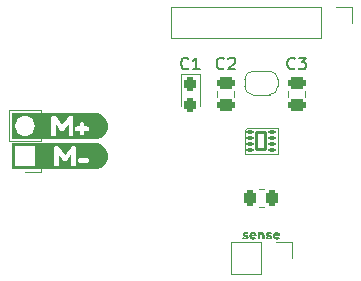
<source format=gto>
%TF.GenerationSoftware,KiCad,Pcbnew,(6.0.0)*%
%TF.CreationDate,2023-02-05T21:46:31-06:00*%
%TF.ProjectId,drv8212p_eval,64727638-3231-4327-905f-6576616c2e6b,rev?*%
%TF.SameCoordinates,Original*%
%TF.FileFunction,Legend,Top*%
%TF.FilePolarity,Positive*%
%FSLAX46Y46*%
G04 Gerber Fmt 4.6, Leading zero omitted, Abs format (unit mm)*
G04 Created by KiCad (PCBNEW (6.0.0)) date 2023-02-05 21:46:31*
%MOMM*%
%LPD*%
G01*
G04 APERTURE LIST*
G04 Aperture macros list*
%AMRoundRect*
0 Rectangle with rounded corners*
0 $1 Rounding radius*
0 $2 $3 $4 $5 $6 $7 $8 $9 X,Y pos of 4 corners*
0 Add a 4 corners polygon primitive as box body*
4,1,4,$2,$3,$4,$5,$6,$7,$8,$9,$2,$3,0*
0 Add four circle primitives for the rounded corners*
1,1,$1+$1,$2,$3*
1,1,$1+$1,$4,$5*
1,1,$1+$1,$6,$7*
1,1,$1+$1,$8,$9*
0 Add four rect primitives between the rounded corners*
20,1,$1+$1,$2,$3,$4,$5,0*
20,1,$1+$1,$4,$5,$6,$7,0*
20,1,$1+$1,$6,$7,$8,$9,0*
20,1,$1+$1,$8,$9,$2,$3,0*%
%AMFreePoly0*
4,1,22,0.500000,-0.750000,0.000000,-0.750000,0.000000,-0.745033,-0.079941,-0.743568,-0.215256,-0.701293,-0.333266,-0.622738,-0.424486,-0.514219,-0.481581,-0.384460,-0.499164,-0.250000,-0.500000,-0.250000,-0.500000,0.250000,-0.499164,0.250000,-0.499963,0.256109,-0.478152,0.396186,-0.417904,0.524511,-0.324060,0.630769,-0.204165,0.706417,-0.067858,0.745374,0.000000,0.744959,0.000000,0.750000,
0.500000,0.750000,0.500000,-0.750000,0.500000,-0.750000,$1*%
%AMFreePoly1*
4,1,20,0.000000,0.744959,0.073905,0.744508,0.209726,0.703889,0.328688,0.626782,0.421226,0.519385,0.479903,0.390333,0.500000,0.250000,0.500000,-0.250000,0.499851,-0.262216,0.476331,-0.402017,0.414519,-0.529596,0.319384,-0.634700,0.198574,-0.708877,0.061801,-0.746166,0.000000,-0.745033,0.000000,-0.750000,-0.500000,-0.750000,-0.500000,0.750000,0.000000,0.750000,0.000000,0.744959,
0.000000,0.744959,$1*%
G04 Aperture macros list end*
%ADD10C,0.150000*%
%ADD11C,0.120000*%
%ADD12RoundRect,0.250000X-0.275000X0.312500X-0.275000X-0.312500X0.275000X-0.312500X0.275000X0.312500X0*%
%ADD13O,1.700000X1.700000*%
%ADD14R,1.700000X1.700000*%
%ADD15FreePoly0,180.000000*%
%ADD16FreePoly1,180.000000*%
%ADD17C,4.400000*%
%ADD18RoundRect,0.250000X-0.475000X0.250000X-0.475000X-0.250000X0.475000X-0.250000X0.475000X0.250000X0*%
%ADD19RoundRect,0.120000X-0.400000X-0.750000X0.400000X-0.750000X0.400000X0.750000X-0.400000X0.750000X0*%
%ADD20RoundRect,0.120000X-0.200000X-0.075000X0.200000X-0.075000X0.200000X0.075000X-0.200000X0.075000X0*%
%ADD21RoundRect,0.250000X-0.262500X-0.450000X0.262500X-0.450000X0.262500X0.450000X-0.262500X0.450000X0*%
G04 APERTURE END LIST*
D10*
X123836133Y-73864742D02*
X123788514Y-73912361D01*
X123645657Y-73959980D01*
X123550419Y-73959980D01*
X123407561Y-73912361D01*
X123312323Y-73817123D01*
X123264704Y-73721885D01*
X123217085Y-73531409D01*
X123217085Y-73388552D01*
X123264704Y-73198076D01*
X123312323Y-73102838D01*
X123407561Y-73007600D01*
X123550419Y-72959980D01*
X123645657Y-72959980D01*
X123788514Y-73007600D01*
X123836133Y-73055219D01*
X124788514Y-73959980D02*
X124217085Y-73959980D01*
X124502800Y-73959980D02*
X124502800Y-72959980D01*
X124407561Y-73102838D01*
X124312323Y-73198076D01*
X124217085Y-73245695D01*
X132833333Y-73857142D02*
X132785714Y-73904761D01*
X132642857Y-73952380D01*
X132547619Y-73952380D01*
X132404761Y-73904761D01*
X132309523Y-73809523D01*
X132261904Y-73714285D01*
X132214285Y-73523809D01*
X132214285Y-73380952D01*
X132261904Y-73190476D01*
X132309523Y-73095238D01*
X132404761Y-73000000D01*
X132547619Y-72952380D01*
X132642857Y-72952380D01*
X132785714Y-73000000D01*
X132833333Y-73047619D01*
X133166666Y-72952380D02*
X133785714Y-72952380D01*
X133452380Y-73333333D01*
X133595238Y-73333333D01*
X133690476Y-73380952D01*
X133738095Y-73428571D01*
X133785714Y-73523809D01*
X133785714Y-73761904D01*
X133738095Y-73857142D01*
X133690476Y-73904761D01*
X133595238Y-73952380D01*
X133309523Y-73952380D01*
X133214285Y-73904761D01*
X133166666Y-73857142D01*
X126833333Y-73857142D02*
X126785714Y-73904761D01*
X126642857Y-73952380D01*
X126547619Y-73952380D01*
X126404761Y-73904761D01*
X126309523Y-73809523D01*
X126261904Y-73714285D01*
X126214285Y-73523809D01*
X126214285Y-73380952D01*
X126261904Y-73190476D01*
X126309523Y-73095238D01*
X126404761Y-73000000D01*
X126547619Y-72952380D01*
X126642857Y-72952380D01*
X126785714Y-73000000D01*
X126833333Y-73047619D01*
X127214285Y-73047619D02*
X127261904Y-73000000D01*
X127357142Y-72952380D01*
X127595238Y-72952380D01*
X127690476Y-73000000D01*
X127738095Y-73047619D01*
X127785714Y-73142857D01*
X127785714Y-73238095D01*
X127738095Y-73380952D01*
X127166666Y-73952380D01*
X127785714Y-73952380D01*
D11*
X124785000Y-77050000D02*
X124785000Y-74340000D01*
X124785000Y-74340000D02*
X123215000Y-74340000D01*
X123215000Y-74340000D02*
X123215000Y-77050000D01*
X132602200Y-88586000D02*
X132602200Y-89916000D01*
X131272200Y-88586000D02*
X132602200Y-88586000D01*
X130002200Y-88586000D02*
X130002200Y-91246000D01*
X130002200Y-91246000D02*
X127402200Y-91246000D01*
X130002200Y-88586000D02*
X127402200Y-88586000D01*
X127402200Y-88586000D02*
X127402200Y-91246000D01*
X130700000Y-76100000D02*
X129300000Y-76100000D01*
X129300000Y-74100000D02*
X130700000Y-74100000D01*
X128600000Y-75400000D02*
X128600000Y-74800000D01*
X131400000Y-74800000D02*
X131400000Y-75400000D01*
X130700000Y-76100000D02*
G75*
G03*
X131400000Y-75400000I1J699999D01*
G01*
X129300000Y-74100000D02*
G75*
G03*
X128600000Y-74800000I-1J-699999D01*
G01*
X131400000Y-74800000D02*
G75*
G03*
X130700000Y-74100000I-699999J1D01*
G01*
X128600000Y-75400000D02*
G75*
G03*
X129300000Y-76100000I699999J-1D01*
G01*
X135080000Y-71330000D02*
X122320000Y-71330000D01*
X136350000Y-68670000D02*
X137680000Y-68670000D01*
X135080000Y-68670000D02*
X135080000Y-71330000D01*
X135080000Y-68670000D02*
X122320000Y-68670000D01*
X122320000Y-68670000D02*
X122320000Y-71330000D01*
X137680000Y-68670000D02*
X137680000Y-70000000D01*
X111330000Y-77430000D02*
X108670000Y-77430000D01*
X111330000Y-80030000D02*
X108670000Y-80030000D01*
X108670000Y-80030000D02*
X108670000Y-77430000D01*
X111330000Y-81300000D02*
X111330000Y-82630000D01*
X111330000Y-82630000D02*
X110000000Y-82630000D01*
X111330000Y-80030000D02*
X111330000Y-77430000D01*
G36*
X108892102Y-77631606D02*
G01*
X115889504Y-77631606D01*
X115999126Y-77636992D01*
X116107692Y-77653096D01*
X116214157Y-77679764D01*
X116317495Y-77716739D01*
X116416711Y-77763665D01*
X116510851Y-77820090D01*
X116599006Y-77885470D01*
X116680328Y-77959176D01*
X116754034Y-78040499D01*
X116819415Y-78128654D01*
X116875840Y-78222793D01*
X116922765Y-78322009D01*
X116959740Y-78425347D01*
X116986408Y-78531812D01*
X117002513Y-78640378D01*
X117007898Y-78750000D01*
X117002513Y-78859622D01*
X116986408Y-78968188D01*
X116959740Y-79074653D01*
X116922765Y-79177991D01*
X116875840Y-79277207D01*
X116819415Y-79371346D01*
X116754034Y-79459501D01*
X116680328Y-79540824D01*
X116599006Y-79614530D01*
X116510851Y-79679910D01*
X116416711Y-79736335D01*
X116317495Y-79783261D01*
X116214157Y-79820236D01*
X116107692Y-79846904D01*
X115999126Y-79863008D01*
X115889504Y-79868394D01*
X108892102Y-79868394D01*
X108892102Y-79408416D01*
X112221586Y-79408416D01*
X112225157Y-79494141D01*
X112247779Y-79556053D01*
X112310882Y-79604273D01*
X112428754Y-79620347D01*
X112550198Y-79604273D01*
X112614492Y-79556053D01*
X112637114Y-79495331D01*
X112640686Y-79413178D01*
X112640686Y-78610697D01*
X112684739Y-78669930D01*
X112793086Y-78819056D01*
X112910362Y-78979493D01*
X112981204Y-79072659D01*
X113000254Y-79098853D01*
X113063357Y-79147669D01*
X113160989Y-79172672D01*
X113261001Y-79145287D01*
X113319342Y-79102425D01*
X113362204Y-79046466D01*
X113413996Y-78975921D01*
X113507461Y-78845250D01*
X113608068Y-78706245D01*
X113681292Y-78610697D01*
X113681292Y-79408416D01*
X113693198Y-79532241D01*
X113726536Y-79579866D01*
X113788448Y-79608441D01*
X113897986Y-79620347D01*
X114012286Y-79606059D01*
X114080151Y-79543552D01*
X114102773Y-79413178D01*
X114102773Y-78970266D01*
X114257554Y-78970266D01*
X114269461Y-79078612D01*
X114317086Y-79139334D01*
X114431386Y-79158384D01*
X114638554Y-79158384D01*
X114638554Y-79348884D01*
X114659986Y-79479853D01*
X114717136Y-79523906D01*
X114825482Y-79537003D01*
X114933829Y-79523906D01*
X114994551Y-79472709D01*
X115014792Y-79351266D01*
X115014792Y-79158384D01*
X115219579Y-79158384D01*
X115341023Y-79136953D01*
X115381504Y-79079803D01*
X115393411Y-78971456D01*
X115380314Y-78863109D01*
X115329117Y-78802388D01*
X115207673Y-78782147D01*
X115014792Y-78782147D01*
X115014792Y-78591647D01*
X114993361Y-78460678D01*
X114935020Y-78416625D01*
X114826673Y-78403528D01*
X114718326Y-78416625D01*
X114657604Y-78467822D01*
X114638554Y-78589266D01*
X114638554Y-78782147D01*
X114448054Y-78782147D01*
X114317086Y-78803578D01*
X114270651Y-78861919D01*
X114257554Y-78970266D01*
X114102773Y-78970266D01*
X114102773Y-78091584D01*
X114099201Y-78008241D01*
X114076579Y-77943947D01*
X114013774Y-77895727D01*
X113892032Y-77879653D01*
X113768505Y-77895727D01*
X113700342Y-77943947D01*
X113635286Y-78027100D01*
X113548704Y-78139400D01*
X113440595Y-78280846D01*
X113310960Y-78451439D01*
X113159798Y-78651178D01*
X112619254Y-77941566D01*
X112604967Y-77927278D01*
X112544245Y-77895131D01*
X112433517Y-77879653D01*
X112312073Y-77895131D01*
X112247779Y-77941566D01*
X112225157Y-78004669D01*
X112221586Y-78086822D01*
X112221586Y-79408416D01*
X108892102Y-79408416D01*
X108892102Y-77631606D01*
G37*
X133735000Y-75788748D02*
X133735000Y-76311252D01*
X132265000Y-75788748D02*
X132265000Y-76311252D01*
X127735000Y-75788748D02*
X127735000Y-76311252D01*
X126265000Y-75788748D02*
X126265000Y-76311252D01*
G36*
X108892102Y-80181606D02*
G01*
X115889504Y-80181606D01*
X115999126Y-80186992D01*
X116107692Y-80203096D01*
X116214157Y-80229764D01*
X116317495Y-80266739D01*
X116416711Y-80313665D01*
X116510851Y-80370090D01*
X116599006Y-80435470D01*
X116680328Y-80509176D01*
X116754034Y-80590499D01*
X116819415Y-80678654D01*
X116875840Y-80772793D01*
X116922765Y-80872009D01*
X116959740Y-80975347D01*
X116986408Y-81081812D01*
X117002513Y-81190378D01*
X117007898Y-81300000D01*
X117002513Y-81409622D01*
X116986408Y-81518188D01*
X116959740Y-81624653D01*
X116922765Y-81727991D01*
X116875840Y-81827207D01*
X116819415Y-81921346D01*
X116754034Y-82009501D01*
X116680328Y-82090824D01*
X116599006Y-82164530D01*
X116510851Y-82229910D01*
X116416711Y-82286335D01*
X116317495Y-82333261D01*
X116214157Y-82370236D01*
X116107692Y-82396904D01*
X115999126Y-82413008D01*
X115889504Y-82418394D01*
X108892102Y-82418394D01*
X108892102Y-81958416D01*
X112445423Y-81958416D01*
X112448995Y-82044141D01*
X112471617Y-82106053D01*
X112534720Y-82154273D01*
X112652592Y-82170347D01*
X112774036Y-82154273D01*
X112838329Y-82106053D01*
X112860951Y-82045331D01*
X112864523Y-81963178D01*
X112864523Y-81160697D01*
X112908576Y-81219930D01*
X113016923Y-81369056D01*
X113134200Y-81529493D01*
X113205042Y-81622659D01*
X113224092Y-81648853D01*
X113287195Y-81697669D01*
X113384826Y-81722672D01*
X113484839Y-81695287D01*
X113543179Y-81652425D01*
X113586042Y-81596466D01*
X113637834Y-81525921D01*
X113731298Y-81395250D01*
X113831906Y-81256245D01*
X113905129Y-81160697D01*
X113905129Y-81958416D01*
X113917036Y-82082241D01*
X113950373Y-82129866D01*
X114012286Y-82158441D01*
X114121823Y-82170347D01*
X114236123Y-82156059D01*
X114303989Y-82093552D01*
X114326611Y-81963178D01*
X114326611Y-81651234D01*
X114481392Y-81651234D01*
X114493298Y-81760772D01*
X114546281Y-81821494D01*
X114652842Y-81841734D01*
X115219579Y-81841734D01*
X115338642Y-81820303D01*
X115380314Y-81761963D01*
X115393411Y-81653616D01*
X115379123Y-81544078D01*
X115327926Y-81485142D01*
X115221961Y-81465497D01*
X114655223Y-81465497D01*
X114540923Y-81486928D01*
X114495679Y-81544078D01*
X114481392Y-81651234D01*
X114326611Y-81651234D01*
X114326611Y-80641584D01*
X114323039Y-80558241D01*
X114300417Y-80493947D01*
X114237611Y-80445727D01*
X114115870Y-80429653D01*
X113992343Y-80445727D01*
X113924179Y-80493947D01*
X113859124Y-80577100D01*
X113772541Y-80689400D01*
X113664433Y-80830846D01*
X113534797Y-81001439D01*
X113383636Y-81201178D01*
X112843092Y-80491566D01*
X112828804Y-80477278D01*
X112768082Y-80445131D01*
X112657354Y-80429653D01*
X112535911Y-80445131D01*
X112471617Y-80491566D01*
X112448995Y-80554669D01*
X112445423Y-80636822D01*
X112445423Y-81958416D01*
X108892102Y-81958416D01*
X108892102Y-80181606D01*
G37*
X128800000Y-78900000D02*
X131400000Y-78900000D01*
X131400000Y-78900000D02*
X131400000Y-81100000D01*
X128600000Y-79100000D02*
X128800000Y-78900000D01*
X128600000Y-81100000D02*
X128600000Y-79100000D01*
X131400000Y-81100000D02*
X128600000Y-81100000D01*
G36*
X129247106Y-88159630D02*
G01*
X129325687Y-88182252D01*
X129387302Y-88178680D01*
X129434034Y-88167964D01*
X129447131Y-88163202D01*
X129494756Y-88150105D01*
X129560241Y-88203683D01*
X129575719Y-88258452D01*
X129559869Y-88304812D01*
X129512318Y-88337926D01*
X129433067Y-88357794D01*
X129322116Y-88364417D01*
X129238921Y-88356827D01*
X129165548Y-88334056D01*
X129104678Y-88298784D01*
X129058987Y-88253689D01*
X129017316Y-88186882D01*
X128992312Y-88115047D01*
X128983978Y-88038186D01*
X128988930Y-87995323D01*
X129205434Y-87995323D01*
X129355453Y-87995323D01*
X129400697Y-87957223D01*
X129379861Y-87913170D01*
X129320330Y-87896502D01*
X129243534Y-87928053D01*
X129205434Y-87995323D01*
X128988930Y-87995323D01*
X128994760Y-87944854D01*
X129027105Y-87864884D01*
X129081014Y-87798275D01*
X129151062Y-87748335D01*
X129231827Y-87718371D01*
X129323306Y-87708383D01*
X129400548Y-87715675D01*
X129466777Y-87737553D01*
X129521992Y-87774016D01*
X129566194Y-87825064D01*
X129596555Y-87889804D01*
X129606675Y-87960200D01*
X129597596Y-88023898D01*
X129570361Y-88068547D01*
X129489994Y-88103670D01*
X129207816Y-88103670D01*
X129247106Y-88159630D01*
G37*
G36*
X131233069Y-88159630D02*
G01*
X131311650Y-88182252D01*
X131373265Y-88178680D01*
X131419997Y-88167964D01*
X131433094Y-88163202D01*
X131480719Y-88150105D01*
X131546203Y-88203683D01*
X131561681Y-88258452D01*
X131545831Y-88304812D01*
X131498280Y-88337926D01*
X131419029Y-88357794D01*
X131308078Y-88364417D01*
X131224883Y-88356827D01*
X131151511Y-88334056D01*
X131090640Y-88298784D01*
X131044950Y-88253689D01*
X131003278Y-88186882D01*
X130978275Y-88115047D01*
X130969941Y-88038186D01*
X130974892Y-87995323D01*
X131191397Y-87995323D01*
X131341416Y-87995323D01*
X131386659Y-87957223D01*
X131365823Y-87913170D01*
X131306292Y-87896502D01*
X131229497Y-87928053D01*
X131191397Y-87995323D01*
X130974892Y-87995323D01*
X130980722Y-87944854D01*
X131013068Y-87864884D01*
X131066977Y-87798275D01*
X131137025Y-87748335D01*
X131217789Y-87718371D01*
X131309269Y-87708383D01*
X131386511Y-87715675D01*
X131452739Y-87737553D01*
X131507954Y-87774016D01*
X131552156Y-87825064D01*
X131582517Y-87889804D01*
X131592637Y-87960200D01*
X131583559Y-88023898D01*
X131556323Y-88068547D01*
X131475956Y-88103670D01*
X131193778Y-88103670D01*
X131233069Y-88159630D01*
G37*
G36*
X130753247Y-87719694D02*
G01*
X130841353Y-87750055D01*
X130883025Y-87797680D01*
X130856831Y-87867927D01*
X130803253Y-87909598D01*
X130750270Y-87891739D01*
X130666331Y-87873880D01*
X130596084Y-87900073D01*
X130616325Y-87929541D01*
X130677047Y-87946508D01*
X130754437Y-87961986D01*
X130829447Y-87991752D01*
X130887192Y-88049497D01*
X130904605Y-88095782D01*
X130910409Y-88152486D01*
X130904605Y-88209785D01*
X130887192Y-88257856D01*
X130822303Y-88322745D01*
X130767204Y-88343251D01*
X130703505Y-88355554D01*
X130631208Y-88359655D01*
X130555603Y-88352246D01*
X130481983Y-88330021D01*
X130410347Y-88292980D01*
X130387725Y-88247736D01*
X130399036Y-88208743D01*
X130432969Y-88153677D01*
X130475236Y-88133436D01*
X130554412Y-88162606D01*
X130644900Y-88191777D01*
X130699371Y-88184633D01*
X130717528Y-88163202D01*
X130697585Y-88143556D01*
X130637756Y-88129864D01*
X130563045Y-88110516D01*
X130488928Y-88073905D01*
X130431778Y-88006634D01*
X130414812Y-87956479D01*
X130409156Y-87897692D01*
X130419491Y-87829969D01*
X130450495Y-87777296D01*
X130502168Y-87739672D01*
X130574510Y-87717098D01*
X130667522Y-87709573D01*
X130753247Y-87719694D01*
G37*
G36*
X128767284Y-87719694D02*
G01*
X128855391Y-87750055D01*
X128897062Y-87797680D01*
X128870869Y-87867927D01*
X128817291Y-87909598D01*
X128764308Y-87891739D01*
X128680369Y-87873880D01*
X128610122Y-87900073D01*
X128630362Y-87929541D01*
X128691084Y-87946508D01*
X128768475Y-87961986D01*
X128843484Y-87991752D01*
X128901230Y-88049497D01*
X128918643Y-88095782D01*
X128924447Y-88152486D01*
X128918643Y-88209785D01*
X128901230Y-88257856D01*
X128836341Y-88322745D01*
X128781241Y-88343251D01*
X128717543Y-88355554D01*
X128645245Y-88359655D01*
X128569641Y-88352246D01*
X128496020Y-88330021D01*
X128424384Y-88292980D01*
X128401762Y-88247736D01*
X128413073Y-88208743D01*
X128447006Y-88153677D01*
X128489273Y-88133436D01*
X128568450Y-88162606D01*
X128658937Y-88191777D01*
X128713409Y-88184633D01*
X128731566Y-88163202D01*
X128711623Y-88143556D01*
X128651794Y-88129864D01*
X128577082Y-88110516D01*
X128502966Y-88073905D01*
X128445816Y-88006634D01*
X128428849Y-87956479D01*
X128423194Y-87897692D01*
X128433528Y-87829969D01*
X128464532Y-87777296D01*
X128516205Y-87739672D01*
X128588548Y-87717098D01*
X128681559Y-87709573D01*
X128767284Y-87719694D01*
G37*
G36*
X130107862Y-87731600D02*
G01*
X130173942Y-87761961D01*
X130231158Y-87812563D01*
X130275145Y-87877716D01*
X130301537Y-87951733D01*
X130310334Y-88034614D01*
X130310334Y-88244164D01*
X130308548Y-88285241D01*
X130298428Y-88315602D01*
X130266877Y-88339712D01*
X130205559Y-88347748D01*
X130138884Y-88336735D01*
X130107928Y-88303695D01*
X130100784Y-88242973D01*
X130100784Y-88033423D01*
X130072805Y-87957223D01*
X129997795Y-87929839D01*
X129921595Y-87958414D01*
X129892425Y-88033423D01*
X129892425Y-88244164D01*
X129890639Y-88285241D01*
X129879328Y-88315602D01*
X129848670Y-88339712D01*
X129787650Y-88347748D01*
X129727226Y-88339712D01*
X129695972Y-88315602D01*
X129685852Y-88284050D01*
X129684066Y-88242973D01*
X129684066Y-87821492D01*
X129685852Y-87781606D01*
X129697162Y-87751245D01*
X129728416Y-87728921D01*
X129788841Y-87721480D01*
X129847479Y-87728326D01*
X129878137Y-87748864D01*
X129890044Y-87797680D01*
X129911475Y-87773867D01*
X129943622Y-87748864D01*
X130032919Y-87721480D01*
X130107862Y-87731600D01*
G37*
X129770136Y-85571000D02*
X130224264Y-85571000D01*
X129770136Y-84101000D02*
X130224264Y-84101000D01*
%LPC*%
G36*
X117967853Y-89769614D02*
G01*
X117988094Y-89814263D01*
X117968448Y-89859506D01*
X117910108Y-89880938D01*
X117850577Y-89859506D01*
X117829741Y-89813667D01*
X117848791Y-89769019D01*
X117907727Y-89748778D01*
X117967853Y-89769614D01*
G37*
G36*
X120668191Y-89801761D02*
G01*
X120702719Y-89880938D01*
X120668191Y-89959519D01*
X120597944Y-89985713D01*
X120447925Y-89985713D01*
X120447925Y-89774972D01*
X120596753Y-89774972D01*
X120668191Y-89801761D01*
G37*
G36*
X117987498Y-90101203D02*
G01*
X118014287Y-90162520D01*
X117988094Y-90223838D01*
X117909512Y-90252413D01*
X117829741Y-90223838D01*
X117802356Y-90161925D01*
X117829741Y-90100608D01*
X117908917Y-90072628D01*
X117987498Y-90101203D01*
G37*
G36*
X116358128Y-89801761D02*
G01*
X116392656Y-89880938D01*
X116358128Y-89959519D01*
X116289072Y-89985713D01*
X116136672Y-89985713D01*
X116136672Y-89774972D01*
X116286691Y-89774972D01*
X116358128Y-89801761D01*
G37*
G36*
X114432523Y-90698296D02*
G01*
X114364409Y-90688193D01*
X114297613Y-90671461D01*
X114232779Y-90648263D01*
X114170532Y-90618822D01*
X114111469Y-90583421D01*
X114056161Y-90542402D01*
X114005140Y-90496159D01*
X113958897Y-90445138D01*
X113917877Y-90389830D01*
X113882477Y-90330767D01*
X113882021Y-90329803D01*
X115087731Y-90329803D01*
X115102019Y-90406003D01*
X115133570Y-90428327D01*
X115192506Y-90435769D01*
X115410391Y-90435769D01*
X115498088Y-90427658D01*
X115579013Y-90403324D01*
X115653166Y-90362769D01*
X115692289Y-90329803D01*
X115925931Y-90329803D01*
X115933075Y-90391716D01*
X115964627Y-90424755D01*
X116030706Y-90435769D01*
X116092023Y-90427732D01*
X116123575Y-90403622D01*
X116134886Y-90372070D01*
X116136672Y-90330994D01*
X116136672Y-90196453D01*
X116286691Y-90196453D01*
X116323600Y-90194072D01*
X116369902Y-90303742D01*
X116400858Y-90375576D01*
X116416469Y-90409575D01*
X116438495Y-90432792D01*
X116476595Y-90444103D01*
X116537912Y-90427434D01*
X116593277Y-90392906D01*
X116611731Y-90351234D01*
X116593872Y-90289322D01*
X116560534Y-90213519D01*
X116533547Y-90151209D01*
X116512909Y-90102394D01*
X116562519Y-90039158D01*
X116592284Y-89965340D01*
X116602206Y-89880938D01*
X116594467Y-89807119D01*
X116571250Y-89740444D01*
X116536127Y-89683889D01*
X116505766Y-89653528D01*
X116647450Y-89653528D01*
X116665309Y-89710678D01*
X116993922Y-90377428D01*
X117033808Y-90419695D01*
X117090362Y-90435769D01*
X117102269Y-90435769D01*
X117157633Y-90419695D01*
X117197519Y-90377428D01*
X117306078Y-90157163D01*
X117591616Y-90157163D01*
X117602397Y-90240903D01*
X117634743Y-90312738D01*
X117688652Y-90372666D01*
X117756186Y-90417645D01*
X117829410Y-90444632D01*
X117908322Y-90453628D01*
X117987234Y-90444566D01*
X118060457Y-90417380D01*
X118127992Y-90372070D01*
X118163754Y-90332184D01*
X118284559Y-90332184D01*
X118315516Y-90407194D01*
X118389334Y-90439341D01*
X118854869Y-90439341D01*
X118928687Y-90425053D01*
X118954286Y-90394097D01*
X118962025Y-90333970D01*
X118954881Y-90273248D01*
X118926902Y-90238720D01*
X118857250Y-90227409D01*
X118639366Y-90227409D01*
X118639366Y-90221456D01*
X118669131Y-90209550D01*
X118742950Y-90169366D01*
X118826294Y-90103584D01*
X118864989Y-90060722D01*
X118897731Y-90005953D01*
X118920055Y-89943445D01*
X118927497Y-89877366D01*
X118923310Y-89842838D01*
X118997744Y-89842838D01*
X119035248Y-89916656D01*
X119107281Y-89958328D01*
X119190625Y-89921419D01*
X119206103Y-89907131D01*
X119206103Y-90332184D01*
X119207889Y-90375642D01*
X119219200Y-90408384D01*
X119251049Y-90431602D01*
X119310878Y-90439341D01*
X119372195Y-90431304D01*
X119403747Y-90407194D01*
X119415058Y-90375642D01*
X119416844Y-90334566D01*
X119416844Y-90332184D01*
X119494234Y-90332184D01*
X119525191Y-90407194D01*
X119599009Y-90439341D01*
X120064544Y-90439341D01*
X120138362Y-90425053D01*
X120163961Y-90394097D01*
X120171700Y-90333970D01*
X120171210Y-90329803D01*
X120237184Y-90329803D01*
X120244328Y-90391716D01*
X120275880Y-90424755D01*
X120341959Y-90435769D01*
X120403277Y-90427732D01*
X120434828Y-90403622D01*
X120446139Y-90372070D01*
X120447925Y-90330994D01*
X120447925Y-90196453D01*
X120596753Y-90196453D01*
X120666603Y-90187986D01*
X120734866Y-90162586D01*
X120801541Y-90120253D01*
X120845891Y-90076944D01*
X120881312Y-90020836D01*
X120904530Y-89954607D01*
X120912269Y-89880938D01*
X120904530Y-89807119D01*
X120881312Y-89740444D01*
X120845891Y-89683889D01*
X120801541Y-89640431D01*
X120734998Y-89598098D01*
X120667132Y-89572698D01*
X120597944Y-89564231D01*
X120343150Y-89564231D01*
X120281833Y-89572268D01*
X120250281Y-89596378D01*
X120238970Y-89627930D01*
X120237184Y-89669006D01*
X120237184Y-90329803D01*
X120171210Y-90329803D01*
X120164556Y-90273248D01*
X120136577Y-90238720D01*
X120066925Y-90227409D01*
X119849041Y-90227409D01*
X119849041Y-90221456D01*
X119878806Y-90209550D01*
X119952625Y-90169366D01*
X120035969Y-90103584D01*
X120074664Y-90060722D01*
X120107406Y-90005953D01*
X120129730Y-89943445D01*
X120137172Y-89877366D01*
X120127250Y-89795543D01*
X120097484Y-89719939D01*
X120047875Y-89650552D01*
X119982324Y-89595320D01*
X119904735Y-89562181D01*
X119815108Y-89551134D01*
X119725546Y-89562048D01*
X119648156Y-89594791D01*
X119582936Y-89649361D01*
X119533657Y-89717690D01*
X119504090Y-89791707D01*
X119494234Y-89871413D01*
X119500187Y-89932134D01*
X119532632Y-89966067D01*
X119599009Y-89977378D01*
X119659731Y-89970234D01*
X119691878Y-89948803D01*
X119703189Y-89919038D01*
X119704975Y-89879747D01*
X119704975Y-89872603D01*
X119709737Y-89845219D01*
X119741289Y-89789855D01*
X119807369Y-89761875D01*
X119866900Y-89772591D01*
X119898452Y-89795808D01*
X119916906Y-89827955D01*
X119925241Y-89858316D01*
X119914079Y-89910405D01*
X119880592Y-89959519D01*
X119831330Y-90004614D01*
X119772841Y-90044648D01*
X119709737Y-90082451D01*
X119646634Y-90120848D01*
X119588145Y-90163413D01*
X119538883Y-90213717D01*
X119505396Y-90270421D01*
X119494234Y-90332184D01*
X119416844Y-90332184D01*
X119416844Y-89671388D01*
X119410891Y-89608284D01*
X119394222Y-89582686D01*
X119363266Y-89568994D01*
X119306711Y-89563041D01*
X119239441Y-89593997D01*
X119235869Y-89596378D01*
X119040606Y-89772591D01*
X118997744Y-89842838D01*
X118923310Y-89842838D01*
X118917575Y-89795543D01*
X118887809Y-89719939D01*
X118838200Y-89650552D01*
X118772649Y-89595320D01*
X118695060Y-89562181D01*
X118605433Y-89551134D01*
X118515871Y-89562048D01*
X118438481Y-89594791D01*
X118373261Y-89649361D01*
X118323982Y-89717690D01*
X118294415Y-89791707D01*
X118284559Y-89871413D01*
X118290512Y-89932134D01*
X118322957Y-89966067D01*
X118389334Y-89977378D01*
X118450056Y-89970234D01*
X118482203Y-89948803D01*
X118493514Y-89919038D01*
X118495300Y-89879747D01*
X118495300Y-89872603D01*
X118500062Y-89845219D01*
X118531614Y-89789855D01*
X118597694Y-89761875D01*
X118657225Y-89772591D01*
X118688777Y-89795808D01*
X118707231Y-89827955D01*
X118715566Y-89858316D01*
X118704404Y-89910405D01*
X118670917Y-89959519D01*
X118621655Y-90004614D01*
X118563166Y-90044648D01*
X118500062Y-90082451D01*
X118436959Y-90120848D01*
X118378470Y-90163413D01*
X118329208Y-90213717D01*
X118295721Y-90270421D01*
X118284559Y-90332184D01*
X118163754Y-90332184D01*
X118181901Y-90311944D01*
X118214246Y-90240308D01*
X118225028Y-90157163D01*
X118218331Y-90107454D01*
X118198239Y-90058341D01*
X118155377Y-89993452D01*
X118128587Y-89969044D01*
X118146447Y-89949994D01*
X118181570Y-89894034D01*
X118198834Y-89821406D01*
X118189309Y-89746000D01*
X118160734Y-89680119D01*
X118113109Y-89623763D01*
X118052520Y-89580768D01*
X117985051Y-89554971D01*
X117910703Y-89546372D01*
X117836091Y-89554839D01*
X117767828Y-89580239D01*
X117705916Y-89622572D01*
X117656968Y-89677870D01*
X117627599Y-89742164D01*
X117617809Y-89815453D01*
X117637455Y-89898202D01*
X117669006Y-89949994D01*
X117689247Y-89969044D01*
X117664244Y-89991666D01*
X117616023Y-90060127D01*
X117597718Y-90107900D01*
X117591616Y-90157163D01*
X117306078Y-90157163D01*
X117526131Y-89710678D01*
X117543991Y-89653528D01*
X117526429Y-89613642D01*
X117473744Y-89577328D01*
X117403497Y-89557088D01*
X117351109Y-89589234D01*
X117334441Y-89624953D01*
X117096316Y-90146447D01*
X117083368Y-90118914D01*
X117054048Y-90055364D01*
X117015353Y-89971276D01*
X116974277Y-89882128D01*
X116933349Y-89792980D01*
X116895100Y-89708892D01*
X116865186Y-89643408D01*
X116849261Y-89610070D01*
X116829616Y-89578519D01*
X116809375Y-89561850D01*
X116777823Y-89557088D01*
X116717697Y-89577328D01*
X116665012Y-89613642D01*
X116647450Y-89653528D01*
X116505766Y-89653528D01*
X116492669Y-89640431D01*
X116426126Y-89598098D01*
X116358260Y-89572698D01*
X116289072Y-89564231D01*
X116031897Y-89564231D01*
X115970580Y-89572268D01*
X115939028Y-89596378D01*
X115927717Y-89627930D01*
X115925931Y-89669006D01*
X115925931Y-90329803D01*
X115692289Y-90329803D01*
X115720548Y-90305991D01*
X115776545Y-90237865D01*
X115816543Y-90163264D01*
X115840541Y-90082190D01*
X115848541Y-89994642D01*
X115840355Y-89907429D01*
X115815798Y-89827359D01*
X115774871Y-89754434D01*
X115717572Y-89688652D01*
X115649483Y-89634218D01*
X115576185Y-89595336D01*
X115497678Y-89572008D01*
X115413962Y-89564231D01*
X115193697Y-89563041D01*
X115132380Y-89571077D01*
X115100828Y-89595188D01*
X115089517Y-89626144D01*
X115087731Y-89667816D01*
X115087731Y-90329803D01*
X113882021Y-90329803D01*
X113853036Y-90268519D01*
X113829838Y-90203685D01*
X113813106Y-90136890D01*
X113803003Y-90068776D01*
X113799624Y-90000000D01*
X113803003Y-89931224D01*
X113813106Y-89863110D01*
X113829838Y-89796315D01*
X113853036Y-89731481D01*
X113882477Y-89669233D01*
X113917877Y-89610170D01*
X113958897Y-89554862D01*
X114005140Y-89503841D01*
X114056161Y-89457598D01*
X114111469Y-89416579D01*
X114170532Y-89381178D01*
X114232779Y-89351737D01*
X114297613Y-89328539D01*
X114364409Y-89311807D01*
X114432523Y-89301704D01*
X114501299Y-89298325D01*
X121498701Y-89298325D01*
X121567477Y-89301704D01*
X121635591Y-89311807D01*
X121702387Y-89328539D01*
X121767221Y-89351737D01*
X121829468Y-89381178D01*
X121888531Y-89416579D01*
X121943839Y-89457598D01*
X121994860Y-89503841D01*
X122041103Y-89554862D01*
X122082123Y-89610170D01*
X122117523Y-89669233D01*
X122146964Y-89731481D01*
X122170162Y-89796314D01*
X122186894Y-89863110D01*
X122196997Y-89931224D01*
X122200376Y-90000000D01*
X122196997Y-90068776D01*
X122186894Y-90136890D01*
X122170162Y-90203686D01*
X122146964Y-90268519D01*
X122117523Y-90330767D01*
X122082123Y-90389830D01*
X122041103Y-90445138D01*
X121994860Y-90496159D01*
X121943839Y-90542402D01*
X121888531Y-90583421D01*
X121829468Y-90618822D01*
X121767221Y-90648263D01*
X121702387Y-90671461D01*
X121635591Y-90688193D01*
X121567477Y-90698296D01*
X121498701Y-90701675D01*
X114501299Y-90701675D01*
X114432523Y-90698296D01*
G37*
G36*
X115497455Y-89791194D02*
G01*
X115570530Y-89839861D01*
X115620982Y-89912638D01*
X115637800Y-90001191D01*
X115620536Y-90089446D01*
X115568744Y-90161330D01*
X115495520Y-90209104D01*
X115413962Y-90225028D01*
X115298472Y-90225028D01*
X115298472Y-89774972D01*
X115412772Y-89774972D01*
X115497455Y-89791194D01*
G37*
D12*
X124000000Y-75162500D03*
X124000000Y-76937500D03*
D13*
X128732200Y-89916000D03*
D14*
X131272200Y-89916000D03*
D15*
X130650000Y-75100000D03*
D16*
X129350000Y-75100000D03*
D17*
X110000000Y-70000000D03*
D14*
X136350000Y-70000000D03*
D13*
X133810000Y-70000000D03*
X131270000Y-70000000D03*
X128730000Y-70000000D03*
X126190000Y-70000000D03*
X123650000Y-70000000D03*
D14*
X110000000Y-81300000D03*
D13*
X110000000Y-78760000D03*
D17*
X150000000Y-90000000D03*
D18*
X133000000Y-75100000D03*
X133000000Y-77000000D03*
D17*
X150000000Y-70000000D03*
D18*
X127000000Y-75100000D03*
X127000000Y-77000000D03*
D19*
X130000000Y-80000000D03*
D20*
X129050000Y-79250000D03*
X129050000Y-79750000D03*
X129050000Y-80250000D03*
X129050000Y-80750000D03*
X130950000Y-80750000D03*
X130950000Y-80250000D03*
X130950000Y-79750000D03*
X130950000Y-79250000D03*
D17*
X110000000Y-90000000D03*
D21*
X130909700Y-84836000D03*
X129084700Y-84836000D03*
M02*

</source>
